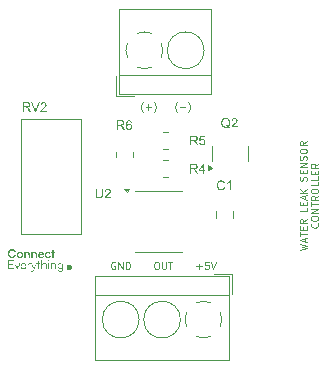
<source format=gbr>
%TF.GenerationSoftware,KiCad,Pcbnew,8.0.3*%
%TF.CreationDate,2024-08-02T11:09:55+07:00*%
%TF.ProjectId,waterleak V.1,77617465-726c-4656-916b-20562e312e6b,rev?*%
%TF.SameCoordinates,Original*%
%TF.FileFunction,Legend,Top*%
%TF.FilePolarity,Positive*%
%FSLAX46Y46*%
G04 Gerber Fmt 4.6, Leading zero omitted, Abs format (unit mm)*
G04 Created by KiCad (PCBNEW 8.0.3) date 2024-08-02 11:09:55*
%MOMM*%
%LPD*%
G01*
G04 APERTURE LIST*
%ADD10C,0.100000*%
%ADD11C,0.200000*%
%ADD12C,0.120000*%
%ADD13C,0.000000*%
G04 APERTURE END LIST*
D10*
X82980074Y-61249942D02*
X82951503Y-61221371D01*
X82951503Y-61221371D02*
X82894360Y-61135657D01*
X82894360Y-61135657D02*
X82865789Y-61078514D01*
X82865789Y-61078514D02*
X82837217Y-60992800D01*
X82837217Y-60992800D02*
X82808646Y-60849942D01*
X82808646Y-60849942D02*
X82808646Y-60735657D01*
X82808646Y-60735657D02*
X82837217Y-60592800D01*
X82837217Y-60592800D02*
X82865789Y-60507085D01*
X82865789Y-60507085D02*
X82894360Y-60449942D01*
X82894360Y-60449942D02*
X82951503Y-60364228D01*
X82951503Y-60364228D02*
X82980074Y-60335657D01*
X83208646Y-60792800D02*
X83665789Y-60792800D01*
X83437217Y-61021371D02*
X83437217Y-60564228D01*
X83894360Y-61249942D02*
X83922931Y-61221371D01*
X83922931Y-61221371D02*
X83980074Y-61135657D01*
X83980074Y-61135657D02*
X84008646Y-61078514D01*
X84008646Y-61078514D02*
X84037217Y-60992800D01*
X84037217Y-60992800D02*
X84065788Y-60849942D01*
X84065788Y-60849942D02*
X84065788Y-60735657D01*
X84065788Y-60735657D02*
X84037217Y-60592800D01*
X84037217Y-60592800D02*
X84008646Y-60507085D01*
X84008646Y-60507085D02*
X83980074Y-60449942D01*
X83980074Y-60449942D02*
X83922931Y-60364228D01*
X83922931Y-60364228D02*
X83894360Y-60335657D01*
X85894360Y-61249942D02*
X85865789Y-61221371D01*
X85865789Y-61221371D02*
X85808646Y-61135657D01*
X85808646Y-61135657D02*
X85780075Y-61078514D01*
X85780075Y-61078514D02*
X85751503Y-60992800D01*
X85751503Y-60992800D02*
X85722932Y-60849942D01*
X85722932Y-60849942D02*
X85722932Y-60735657D01*
X85722932Y-60735657D02*
X85751503Y-60592800D01*
X85751503Y-60592800D02*
X85780075Y-60507085D01*
X85780075Y-60507085D02*
X85808646Y-60449942D01*
X85808646Y-60449942D02*
X85865789Y-60364228D01*
X85865789Y-60364228D02*
X85894360Y-60335657D01*
X86122932Y-60792800D02*
X86580075Y-60792800D01*
X86808646Y-61249942D02*
X86837217Y-61221371D01*
X86837217Y-61221371D02*
X86894360Y-61135657D01*
X86894360Y-61135657D02*
X86922932Y-61078514D01*
X86922932Y-61078514D02*
X86951503Y-60992800D01*
X86951503Y-60992800D02*
X86980074Y-60849942D01*
X86980074Y-60849942D02*
X86980074Y-60735657D01*
X86980074Y-60735657D02*
X86951503Y-60592800D01*
X86951503Y-60592800D02*
X86922932Y-60507085D01*
X86922932Y-60507085D02*
X86894360Y-60449942D01*
X86894360Y-60449942D02*
X86837217Y-60364228D01*
X86837217Y-60364228D02*
X86808646Y-60335657D01*
X80622931Y-73949942D02*
X80565789Y-73921371D01*
X80565789Y-73921371D02*
X80480074Y-73921371D01*
X80480074Y-73921371D02*
X80394360Y-73949942D01*
X80394360Y-73949942D02*
X80337217Y-74007085D01*
X80337217Y-74007085D02*
X80308646Y-74064228D01*
X80308646Y-74064228D02*
X80280074Y-74178514D01*
X80280074Y-74178514D02*
X80280074Y-74264228D01*
X80280074Y-74264228D02*
X80308646Y-74378514D01*
X80308646Y-74378514D02*
X80337217Y-74435657D01*
X80337217Y-74435657D02*
X80394360Y-74492800D01*
X80394360Y-74492800D02*
X80480074Y-74521371D01*
X80480074Y-74521371D02*
X80537217Y-74521371D01*
X80537217Y-74521371D02*
X80622931Y-74492800D01*
X80622931Y-74492800D02*
X80651503Y-74464228D01*
X80651503Y-74464228D02*
X80651503Y-74264228D01*
X80651503Y-74264228D02*
X80537217Y-74264228D01*
X80908646Y-74521371D02*
X80908646Y-73921371D01*
X80908646Y-73921371D02*
X81251503Y-74521371D01*
X81251503Y-74521371D02*
X81251503Y-73921371D01*
X81537217Y-74521371D02*
X81537217Y-73921371D01*
X81537217Y-73921371D02*
X81680074Y-73921371D01*
X81680074Y-73921371D02*
X81765788Y-73949942D01*
X81765788Y-73949942D02*
X81822931Y-74007085D01*
X81822931Y-74007085D02*
X81851502Y-74064228D01*
X81851502Y-74064228D02*
X81880074Y-74178514D01*
X81880074Y-74178514D02*
X81880074Y-74264228D01*
X81880074Y-74264228D02*
X81851502Y-74378514D01*
X81851502Y-74378514D02*
X81822931Y-74435657D01*
X81822931Y-74435657D02*
X81765788Y-74492800D01*
X81765788Y-74492800D02*
X81680074Y-74521371D01*
X81680074Y-74521371D02*
X81537217Y-74521371D01*
X84080074Y-73921371D02*
X84194360Y-73921371D01*
X84194360Y-73921371D02*
X84251503Y-73949942D01*
X84251503Y-73949942D02*
X84308646Y-74007085D01*
X84308646Y-74007085D02*
X84337217Y-74121371D01*
X84337217Y-74121371D02*
X84337217Y-74321371D01*
X84337217Y-74321371D02*
X84308646Y-74435657D01*
X84308646Y-74435657D02*
X84251503Y-74492800D01*
X84251503Y-74492800D02*
X84194360Y-74521371D01*
X84194360Y-74521371D02*
X84080074Y-74521371D01*
X84080074Y-74521371D02*
X84022932Y-74492800D01*
X84022932Y-74492800D02*
X83965789Y-74435657D01*
X83965789Y-74435657D02*
X83937217Y-74321371D01*
X83937217Y-74321371D02*
X83937217Y-74121371D01*
X83937217Y-74121371D02*
X83965789Y-74007085D01*
X83965789Y-74007085D02*
X84022932Y-73949942D01*
X84022932Y-73949942D02*
X84080074Y-73921371D01*
X84594360Y-73921371D02*
X84594360Y-74407085D01*
X84594360Y-74407085D02*
X84622931Y-74464228D01*
X84622931Y-74464228D02*
X84651503Y-74492800D01*
X84651503Y-74492800D02*
X84708645Y-74521371D01*
X84708645Y-74521371D02*
X84822931Y-74521371D01*
X84822931Y-74521371D02*
X84880074Y-74492800D01*
X84880074Y-74492800D02*
X84908645Y-74464228D01*
X84908645Y-74464228D02*
X84937217Y-74407085D01*
X84937217Y-74407085D02*
X84937217Y-73921371D01*
X85137216Y-73921371D02*
X85480074Y-73921371D01*
X85308645Y-74521371D02*
X85308645Y-73921371D01*
X87508646Y-74292800D02*
X87965789Y-74292800D01*
X87737217Y-74521371D02*
X87737217Y-74064228D01*
X88537217Y-73921371D02*
X88251503Y-73921371D01*
X88251503Y-73921371D02*
X88222931Y-74207085D01*
X88222931Y-74207085D02*
X88251503Y-74178514D01*
X88251503Y-74178514D02*
X88308646Y-74149942D01*
X88308646Y-74149942D02*
X88451503Y-74149942D01*
X88451503Y-74149942D02*
X88508646Y-74178514D01*
X88508646Y-74178514D02*
X88537217Y-74207085D01*
X88537217Y-74207085D02*
X88565788Y-74264228D01*
X88565788Y-74264228D02*
X88565788Y-74407085D01*
X88565788Y-74407085D02*
X88537217Y-74464228D01*
X88537217Y-74464228D02*
X88508646Y-74492800D01*
X88508646Y-74492800D02*
X88451503Y-74521371D01*
X88451503Y-74521371D02*
X88308646Y-74521371D01*
X88308646Y-74521371D02*
X88251503Y-74492800D01*
X88251503Y-74492800D02*
X88222931Y-74464228D01*
X88737217Y-73921371D02*
X88937217Y-74521371D01*
X88937217Y-74521371D02*
X89137217Y-73921371D01*
X96255405Y-72914285D02*
X96855405Y-72771428D01*
X96855405Y-72771428D02*
X96426834Y-72657142D01*
X96426834Y-72657142D02*
X96855405Y-72542857D01*
X96855405Y-72542857D02*
X96255405Y-72400000D01*
X96683976Y-72200000D02*
X96683976Y-71914286D01*
X96855405Y-72257143D02*
X96255405Y-72057143D01*
X96255405Y-72057143D02*
X96855405Y-71857143D01*
X96255405Y-71742857D02*
X96255405Y-71400000D01*
X96855405Y-71571428D02*
X96255405Y-71571428D01*
X96541119Y-71199999D02*
X96541119Y-70999999D01*
X96855405Y-70914285D02*
X96855405Y-71199999D01*
X96855405Y-71199999D02*
X96255405Y-71199999D01*
X96255405Y-71199999D02*
X96255405Y-70914285D01*
X96855405Y-70314285D02*
X96569691Y-70514285D01*
X96855405Y-70657142D02*
X96255405Y-70657142D01*
X96255405Y-70657142D02*
X96255405Y-70428571D01*
X96255405Y-70428571D02*
X96283976Y-70371428D01*
X96283976Y-70371428D02*
X96312548Y-70342857D01*
X96312548Y-70342857D02*
X96369691Y-70314285D01*
X96369691Y-70314285D02*
X96455405Y-70314285D01*
X96455405Y-70314285D02*
X96512548Y-70342857D01*
X96512548Y-70342857D02*
X96541119Y-70371428D01*
X96541119Y-70371428D02*
X96569691Y-70428571D01*
X96569691Y-70428571D02*
X96569691Y-70657142D01*
X96855405Y-69314285D02*
X96855405Y-69599999D01*
X96855405Y-69599999D02*
X96255405Y-69599999D01*
X96541119Y-69114285D02*
X96541119Y-68914285D01*
X96855405Y-68828571D02*
X96855405Y-69114285D01*
X96855405Y-69114285D02*
X96255405Y-69114285D01*
X96255405Y-69114285D02*
X96255405Y-68828571D01*
X96683976Y-68600000D02*
X96683976Y-68314286D01*
X96855405Y-68657143D02*
X96255405Y-68457143D01*
X96255405Y-68457143D02*
X96855405Y-68257143D01*
X96855405Y-68057142D02*
X96255405Y-68057142D01*
X96855405Y-67714285D02*
X96512548Y-67971428D01*
X96255405Y-67714285D02*
X96598262Y-68057142D01*
X96826834Y-67028571D02*
X96855405Y-66942857D01*
X96855405Y-66942857D02*
X96855405Y-66799999D01*
X96855405Y-66799999D02*
X96826834Y-66742857D01*
X96826834Y-66742857D02*
X96798262Y-66714285D01*
X96798262Y-66714285D02*
X96741119Y-66685714D01*
X96741119Y-66685714D02*
X96683976Y-66685714D01*
X96683976Y-66685714D02*
X96626834Y-66714285D01*
X96626834Y-66714285D02*
X96598262Y-66742857D01*
X96598262Y-66742857D02*
X96569691Y-66799999D01*
X96569691Y-66799999D02*
X96541119Y-66914285D01*
X96541119Y-66914285D02*
X96512548Y-66971428D01*
X96512548Y-66971428D02*
X96483976Y-66999999D01*
X96483976Y-66999999D02*
X96426834Y-67028571D01*
X96426834Y-67028571D02*
X96369691Y-67028571D01*
X96369691Y-67028571D02*
X96312548Y-66999999D01*
X96312548Y-66999999D02*
X96283976Y-66971428D01*
X96283976Y-66971428D02*
X96255405Y-66914285D01*
X96255405Y-66914285D02*
X96255405Y-66771428D01*
X96255405Y-66771428D02*
X96283976Y-66685714D01*
X96541119Y-66428570D02*
X96541119Y-66228570D01*
X96855405Y-66142856D02*
X96855405Y-66428570D01*
X96855405Y-66428570D02*
X96255405Y-66428570D01*
X96255405Y-66428570D02*
X96255405Y-66142856D01*
X96855405Y-65885713D02*
X96255405Y-65885713D01*
X96255405Y-65885713D02*
X96855405Y-65542856D01*
X96855405Y-65542856D02*
X96255405Y-65542856D01*
X96826834Y-65285714D02*
X96855405Y-65200000D01*
X96855405Y-65200000D02*
X96855405Y-65057142D01*
X96855405Y-65057142D02*
X96826834Y-65000000D01*
X96826834Y-65000000D02*
X96798262Y-64971428D01*
X96798262Y-64971428D02*
X96741119Y-64942857D01*
X96741119Y-64942857D02*
X96683976Y-64942857D01*
X96683976Y-64942857D02*
X96626834Y-64971428D01*
X96626834Y-64971428D02*
X96598262Y-65000000D01*
X96598262Y-65000000D02*
X96569691Y-65057142D01*
X96569691Y-65057142D02*
X96541119Y-65171428D01*
X96541119Y-65171428D02*
X96512548Y-65228571D01*
X96512548Y-65228571D02*
X96483976Y-65257142D01*
X96483976Y-65257142D02*
X96426834Y-65285714D01*
X96426834Y-65285714D02*
X96369691Y-65285714D01*
X96369691Y-65285714D02*
X96312548Y-65257142D01*
X96312548Y-65257142D02*
X96283976Y-65228571D01*
X96283976Y-65228571D02*
X96255405Y-65171428D01*
X96255405Y-65171428D02*
X96255405Y-65028571D01*
X96255405Y-65028571D02*
X96283976Y-64942857D01*
X96255405Y-64571428D02*
X96255405Y-64457142D01*
X96255405Y-64457142D02*
X96283976Y-64399999D01*
X96283976Y-64399999D02*
X96341119Y-64342856D01*
X96341119Y-64342856D02*
X96455405Y-64314285D01*
X96455405Y-64314285D02*
X96655405Y-64314285D01*
X96655405Y-64314285D02*
X96769691Y-64342856D01*
X96769691Y-64342856D02*
X96826834Y-64399999D01*
X96826834Y-64399999D02*
X96855405Y-64457142D01*
X96855405Y-64457142D02*
X96855405Y-64571428D01*
X96855405Y-64571428D02*
X96826834Y-64628571D01*
X96826834Y-64628571D02*
X96769691Y-64685713D01*
X96769691Y-64685713D02*
X96655405Y-64714285D01*
X96655405Y-64714285D02*
X96455405Y-64714285D01*
X96455405Y-64714285D02*
X96341119Y-64685713D01*
X96341119Y-64685713D02*
X96283976Y-64628571D01*
X96283976Y-64628571D02*
X96255405Y-64571428D01*
X96855405Y-63714285D02*
X96569691Y-63914285D01*
X96855405Y-64057142D02*
X96255405Y-64057142D01*
X96255405Y-64057142D02*
X96255405Y-63828571D01*
X96255405Y-63828571D02*
X96283976Y-63771428D01*
X96283976Y-63771428D02*
X96312548Y-63742857D01*
X96312548Y-63742857D02*
X96369691Y-63714285D01*
X96369691Y-63714285D02*
X96455405Y-63714285D01*
X96455405Y-63714285D02*
X96512548Y-63742857D01*
X96512548Y-63742857D02*
X96541119Y-63771428D01*
X96541119Y-63771428D02*
X96569691Y-63828571D01*
X96569691Y-63828571D02*
X96569691Y-64057142D01*
X97764228Y-70642855D02*
X97792800Y-70671427D01*
X97792800Y-70671427D02*
X97821371Y-70757141D01*
X97821371Y-70757141D02*
X97821371Y-70814284D01*
X97821371Y-70814284D02*
X97792800Y-70899998D01*
X97792800Y-70899998D02*
X97735657Y-70957141D01*
X97735657Y-70957141D02*
X97678514Y-70985712D01*
X97678514Y-70985712D02*
X97564228Y-71014284D01*
X97564228Y-71014284D02*
X97478514Y-71014284D01*
X97478514Y-71014284D02*
X97364228Y-70985712D01*
X97364228Y-70985712D02*
X97307085Y-70957141D01*
X97307085Y-70957141D02*
X97249942Y-70899998D01*
X97249942Y-70899998D02*
X97221371Y-70814284D01*
X97221371Y-70814284D02*
X97221371Y-70757141D01*
X97221371Y-70757141D02*
X97249942Y-70671427D01*
X97249942Y-70671427D02*
X97278514Y-70642855D01*
X97221371Y-70271427D02*
X97221371Y-70157141D01*
X97221371Y-70157141D02*
X97249942Y-70099998D01*
X97249942Y-70099998D02*
X97307085Y-70042855D01*
X97307085Y-70042855D02*
X97421371Y-70014284D01*
X97421371Y-70014284D02*
X97621371Y-70014284D01*
X97621371Y-70014284D02*
X97735657Y-70042855D01*
X97735657Y-70042855D02*
X97792800Y-70099998D01*
X97792800Y-70099998D02*
X97821371Y-70157141D01*
X97821371Y-70157141D02*
X97821371Y-70271427D01*
X97821371Y-70271427D02*
X97792800Y-70328570D01*
X97792800Y-70328570D02*
X97735657Y-70385712D01*
X97735657Y-70385712D02*
X97621371Y-70414284D01*
X97621371Y-70414284D02*
X97421371Y-70414284D01*
X97421371Y-70414284D02*
X97307085Y-70385712D01*
X97307085Y-70385712D02*
X97249942Y-70328570D01*
X97249942Y-70328570D02*
X97221371Y-70271427D01*
X97821371Y-69757141D02*
X97221371Y-69757141D01*
X97221371Y-69757141D02*
X97821371Y-69414284D01*
X97821371Y-69414284D02*
X97221371Y-69414284D01*
X97221371Y-69214285D02*
X97221371Y-68871428D01*
X97821371Y-69042856D02*
X97221371Y-69042856D01*
X97821371Y-68328570D02*
X97535657Y-68528570D01*
X97821371Y-68671427D02*
X97221371Y-68671427D01*
X97221371Y-68671427D02*
X97221371Y-68442856D01*
X97221371Y-68442856D02*
X97249942Y-68385713D01*
X97249942Y-68385713D02*
X97278514Y-68357142D01*
X97278514Y-68357142D02*
X97335657Y-68328570D01*
X97335657Y-68328570D02*
X97421371Y-68328570D01*
X97421371Y-68328570D02*
X97478514Y-68357142D01*
X97478514Y-68357142D02*
X97507085Y-68385713D01*
X97507085Y-68385713D02*
X97535657Y-68442856D01*
X97535657Y-68442856D02*
X97535657Y-68671427D01*
X97221371Y-67957142D02*
X97221371Y-67842856D01*
X97221371Y-67842856D02*
X97249942Y-67785713D01*
X97249942Y-67785713D02*
X97307085Y-67728570D01*
X97307085Y-67728570D02*
X97421371Y-67699999D01*
X97421371Y-67699999D02*
X97621371Y-67699999D01*
X97621371Y-67699999D02*
X97735657Y-67728570D01*
X97735657Y-67728570D02*
X97792800Y-67785713D01*
X97792800Y-67785713D02*
X97821371Y-67842856D01*
X97821371Y-67842856D02*
X97821371Y-67957142D01*
X97821371Y-67957142D02*
X97792800Y-68014285D01*
X97792800Y-68014285D02*
X97735657Y-68071427D01*
X97735657Y-68071427D02*
X97621371Y-68099999D01*
X97621371Y-68099999D02*
X97421371Y-68099999D01*
X97421371Y-68099999D02*
X97307085Y-68071427D01*
X97307085Y-68071427D02*
X97249942Y-68014285D01*
X97249942Y-68014285D02*
X97221371Y-67957142D01*
X97821371Y-67157142D02*
X97821371Y-67442856D01*
X97821371Y-67442856D02*
X97221371Y-67442856D01*
X97821371Y-66671428D02*
X97821371Y-66957142D01*
X97821371Y-66957142D02*
X97221371Y-66957142D01*
X97507085Y-66471428D02*
X97507085Y-66271428D01*
X97821371Y-66185714D02*
X97821371Y-66471428D01*
X97821371Y-66471428D02*
X97221371Y-66471428D01*
X97221371Y-66471428D02*
X97221371Y-66185714D01*
X97821371Y-65585714D02*
X97535657Y-65785714D01*
X97821371Y-65928571D02*
X97221371Y-65928571D01*
X97221371Y-65928571D02*
X97221371Y-65700000D01*
X97221371Y-65700000D02*
X97249942Y-65642857D01*
X97249942Y-65642857D02*
X97278514Y-65614286D01*
X97278514Y-65614286D02*
X97335657Y-65585714D01*
X97335657Y-65585714D02*
X97421371Y-65585714D01*
X97421371Y-65585714D02*
X97478514Y-65614286D01*
X97478514Y-65614286D02*
X97507085Y-65642857D01*
X97507085Y-65642857D02*
X97535657Y-65700000D01*
X97535657Y-65700000D02*
X97535657Y-65928571D01*
D11*
G36*
X87374795Y-65620216D02*
G01*
X87414492Y-65623385D01*
X87453815Y-65629595D01*
X87493901Y-65641239D01*
X87529777Y-65660279D01*
X87560296Y-65687307D01*
X87583392Y-65718810D01*
X87601115Y-65754741D01*
X87612274Y-65792923D01*
X87616868Y-65833356D01*
X87617000Y-65841713D01*
X87613531Y-65883479D01*
X87603127Y-65921825D01*
X87583130Y-65960877D01*
X87561508Y-65988259D01*
X87529988Y-66015260D01*
X87490921Y-66036863D01*
X87450547Y-66051338D01*
X87411342Y-66060456D01*
X87390147Y-66063877D01*
X87425292Y-66082939D01*
X87454432Y-66104128D01*
X87483123Y-66133197D01*
X87510821Y-66166425D01*
X87534902Y-66199887D01*
X87542750Y-66211790D01*
X87683043Y-66432000D01*
X87548807Y-66432000D01*
X87442317Y-66263570D01*
X87419993Y-66229266D01*
X87397331Y-66195783D01*
X87373160Y-66162206D01*
X87365332Y-66152000D01*
X87338355Y-66120839D01*
X87311208Y-66097875D01*
X87274901Y-66079997D01*
X87262554Y-66076382D01*
X87222328Y-66072718D01*
X87203155Y-66072474D01*
X87079470Y-66072474D01*
X87079470Y-66432000D01*
X86972980Y-66432000D01*
X86972980Y-65981811D01*
X87079470Y-65981811D01*
X87308667Y-65981811D01*
X87351231Y-65980304D01*
X87390865Y-65975163D01*
X87422973Y-65966375D01*
X87459268Y-65946347D01*
X87485695Y-65917136D01*
X87502465Y-65879358D01*
X87507188Y-65843277D01*
X87501335Y-65802519D01*
X87483777Y-65767586D01*
X87465569Y-65747533D01*
X87431387Y-65726063D01*
X87390416Y-65714278D01*
X87350851Y-65710154D01*
X87334460Y-65709822D01*
X87079470Y-65709822D01*
X87079470Y-65981811D01*
X86972980Y-65981811D01*
X86972980Y-65619159D01*
X87330161Y-65619159D01*
X87374795Y-65620216D01*
G37*
G36*
X88155311Y-66144379D02*
G01*
X88264145Y-66144379D01*
X88264145Y-66235042D01*
X88155311Y-66235042D01*
X88155311Y-66432000D01*
X88056441Y-66432000D01*
X88056441Y-66235042D01*
X87706881Y-66235042D01*
X87706881Y-66144379D01*
X87804187Y-66144379D01*
X88056441Y-66144379D01*
X88056441Y-65778992D01*
X87804187Y-66144379D01*
X87706881Y-66144379D01*
X88074613Y-65619159D01*
X88155311Y-65619159D01*
X88155311Y-66144379D01*
G37*
G36*
X79499958Y-67719159D02*
G01*
X79606644Y-67719159D01*
X79606644Y-68188106D01*
X79605675Y-68232202D01*
X79602769Y-68272754D01*
X79596931Y-68315585D01*
X79587030Y-68358626D01*
X79579093Y-68382327D01*
X79560103Y-68420657D01*
X79534127Y-68454751D01*
X79505172Y-68481502D01*
X79479833Y-68499369D01*
X79441181Y-68519116D01*
X79402773Y-68531766D01*
X79360083Y-68540097D01*
X79320083Y-68543799D01*
X79291668Y-68544505D01*
X79250686Y-68543124D01*
X79206519Y-68538023D01*
X79166280Y-68529163D01*
X79125101Y-68514435D01*
X79106434Y-68505230D01*
X79073046Y-68483395D01*
X79041616Y-68453575D01*
X79016677Y-68418191D01*
X79003657Y-68391511D01*
X78990236Y-68350881D01*
X78981638Y-68309740D01*
X78976605Y-68270324D01*
X78973729Y-68227075D01*
X78972980Y-68188106D01*
X78972980Y-67719159D01*
X79079470Y-67719159D01*
X79079470Y-68189473D01*
X79080405Y-68233227D01*
X79083763Y-68276705D01*
X79090461Y-68317298D01*
X79099009Y-68345984D01*
X79117593Y-68380432D01*
X79146594Y-68410494D01*
X79166030Y-68423556D01*
X79204727Y-68440106D01*
X79245365Y-68448567D01*
X79282289Y-68450715D01*
X79324023Y-68448820D01*
X79366704Y-68441815D01*
X79407559Y-68427490D01*
X79443421Y-68403317D01*
X79449938Y-68396787D01*
X79471822Y-68363606D01*
X79485841Y-68324375D01*
X79494048Y-68283173D01*
X79498200Y-68243496D01*
X79499910Y-68198963D01*
X79499958Y-68189473D01*
X79499958Y-67719159D01*
G37*
G36*
X80259261Y-68438210D02*
G01*
X80259261Y-68532000D01*
X79726616Y-68532000D01*
X79729783Y-68492638D01*
X79738144Y-68463221D01*
X79755112Y-68425949D01*
X79775506Y-68392427D01*
X79800633Y-68359248D01*
X79803406Y-68355949D01*
X79831728Y-68324866D01*
X79862197Y-68295056D01*
X79892945Y-68267289D01*
X79927508Y-68237952D01*
X79932757Y-68233632D01*
X79964252Y-68207178D01*
X79999877Y-68176093D01*
X80031342Y-68147212D01*
X80063610Y-68115465D01*
X80093685Y-68082437D01*
X80110175Y-68061490D01*
X80132560Y-68026311D01*
X80148841Y-67988491D01*
X80156302Y-67948432D01*
X80156483Y-67941323D01*
X80150548Y-67899411D01*
X80132743Y-67862774D01*
X80114278Y-67841281D01*
X80082395Y-67818031D01*
X80044509Y-67804431D01*
X80004857Y-67800443D01*
X79962947Y-67804813D01*
X79923281Y-67819714D01*
X79890356Y-67845189D01*
X79865924Y-67880038D01*
X79852369Y-67918811D01*
X79847217Y-67959483D01*
X79846979Y-67969264D01*
X79745374Y-67958517D01*
X79751290Y-67916658D01*
X79761274Y-67878714D01*
X79778061Y-67839395D01*
X79800383Y-67805405D01*
X79823922Y-67780513D01*
X79855991Y-67756607D01*
X79892529Y-67738572D01*
X79933537Y-67726409D01*
X79972243Y-67720657D01*
X80007007Y-67719159D01*
X80048761Y-67721433D01*
X80093185Y-67729833D01*
X80132990Y-67744423D01*
X80168177Y-67765203D01*
X80190482Y-67783835D01*
X80216825Y-67813608D01*
X80239008Y-67851252D01*
X80252740Y-67892755D01*
X80257824Y-67932235D01*
X80258088Y-67944058D01*
X80254831Y-67983331D01*
X80245060Y-68022088D01*
X80238353Y-68039801D01*
X80219870Y-68075687D01*
X80196459Y-68109837D01*
X80172701Y-68138671D01*
X80142065Y-68170967D01*
X80111591Y-68200318D01*
X80080842Y-68228422D01*
X80045820Y-68259247D01*
X80020098Y-68281309D01*
X79988991Y-68307955D01*
X79958344Y-68334718D01*
X79927870Y-68362287D01*
X79905792Y-68383891D01*
X79880218Y-68414349D01*
X79864173Y-68438210D01*
X80259261Y-68438210D01*
G37*
G36*
X90028432Y-61708529D02*
G01*
X90067942Y-61714155D01*
X90105900Y-61723532D01*
X90148222Y-61739212D01*
X90188430Y-61759997D01*
X90225620Y-61785372D01*
X90258715Y-61814825D01*
X90287714Y-61848353D01*
X90312619Y-61885959D01*
X90325011Y-61909278D01*
X90341014Y-61946047D01*
X90353706Y-61984547D01*
X90363088Y-62024779D01*
X90369158Y-62066741D01*
X90371917Y-62110435D01*
X90372101Y-62125384D01*
X90370652Y-62168189D01*
X90366304Y-62209068D01*
X90359058Y-62248022D01*
X90347227Y-62290181D01*
X90341815Y-62305342D01*
X90324754Y-62343908D01*
X90303859Y-62379885D01*
X90279130Y-62413273D01*
X90250566Y-62444072D01*
X90286958Y-62468130D01*
X90321885Y-62488720D01*
X90359425Y-62507737D01*
X90387342Y-62519494D01*
X90356079Y-62594526D01*
X90318142Y-62578834D01*
X90280243Y-62559626D01*
X90242381Y-62536903D01*
X90209958Y-62514628D01*
X90182959Y-62494093D01*
X90142910Y-62513736D01*
X90101065Y-62528554D01*
X90057425Y-62538548D01*
X90018590Y-62543274D01*
X89985220Y-62544505D01*
X89944902Y-62542643D01*
X89906012Y-62537058D01*
X89862447Y-62525837D01*
X89820826Y-62509548D01*
X89786700Y-62491553D01*
X89749758Y-62466253D01*
X89716725Y-62436859D01*
X89687600Y-62403368D01*
X89662383Y-62365783D01*
X89649728Y-62342467D01*
X89633393Y-62305558D01*
X89620437Y-62266932D01*
X89610862Y-62226588D01*
X89604665Y-62184527D01*
X89601849Y-62140749D01*
X89601661Y-62125775D01*
X89601669Y-62125579D01*
X89711473Y-62125579D01*
X89713371Y-62173358D01*
X89719067Y-62217529D01*
X89728560Y-62258095D01*
X89741851Y-62295053D01*
X89762811Y-62334644D01*
X89789240Y-62369041D01*
X89819921Y-62397860D01*
X89853637Y-62420716D01*
X89890391Y-62437610D01*
X89930180Y-62448542D01*
X89973006Y-62453511D01*
X89987956Y-62453842D01*
X90029840Y-62450792D01*
X90069911Y-62441642D01*
X90095618Y-62432153D01*
X90060582Y-62410263D01*
X90024253Y-62393221D01*
X89990105Y-62381937D01*
X90015897Y-62306905D01*
X90054770Y-62319680D01*
X90095372Y-62337302D01*
X90131896Y-62358148D01*
X90164341Y-62382218D01*
X90168109Y-62385454D01*
X90195185Y-62356276D01*
X90217672Y-62322844D01*
X90235569Y-62285156D01*
X90248877Y-62243213D01*
X90257597Y-62197015D01*
X90261268Y-62156992D01*
X90262094Y-62125189D01*
X90260504Y-62083206D01*
X90255736Y-62043599D01*
X90246394Y-62001241D01*
X90232899Y-61961985D01*
X90228877Y-61952655D01*
X90210339Y-61917802D01*
X90184871Y-61883555D01*
X90154519Y-61854563D01*
X90131571Y-61838154D01*
X90094378Y-61818414D01*
X90054682Y-61805134D01*
X90012482Y-61798314D01*
X89987956Y-61797317D01*
X89944622Y-61800216D01*
X89904159Y-61808912D01*
X89866568Y-61823407D01*
X89831848Y-61843699D01*
X89799999Y-61869788D01*
X89790021Y-61879773D01*
X89763327Y-61913479D01*
X89742156Y-61952900D01*
X89728732Y-61990116D01*
X89719144Y-62031302D01*
X89713391Y-62076456D01*
X89711473Y-62125579D01*
X89601669Y-62125579D01*
X89603358Y-62081614D01*
X89608448Y-62038965D01*
X89616932Y-61997827D01*
X89628809Y-61958200D01*
X89644079Y-61920084D01*
X89649924Y-61907715D01*
X89669531Y-61872507D01*
X89696035Y-61835599D01*
X89726448Y-61803179D01*
X89760769Y-61775247D01*
X89787677Y-61758043D01*
X89827753Y-61738019D01*
X89869849Y-61722914D01*
X89913965Y-61712726D01*
X89953385Y-61707909D01*
X89987370Y-61706654D01*
X90028432Y-61708529D01*
G37*
G36*
X90990524Y-62438210D02*
G01*
X90990524Y-62532000D01*
X90457879Y-62532000D01*
X90461046Y-62492638D01*
X90469407Y-62463221D01*
X90486375Y-62425949D01*
X90506770Y-62392427D01*
X90531896Y-62359248D01*
X90534669Y-62355949D01*
X90562991Y-62324866D01*
X90593461Y-62295056D01*
X90624208Y-62267289D01*
X90658771Y-62237952D01*
X90664020Y-62233632D01*
X90695515Y-62207178D01*
X90731140Y-62176093D01*
X90762606Y-62147212D01*
X90794873Y-62115465D01*
X90824948Y-62082437D01*
X90841438Y-62061490D01*
X90863823Y-62026311D01*
X90880104Y-61988491D01*
X90887566Y-61948432D01*
X90887746Y-61941323D01*
X90881811Y-61899411D01*
X90864006Y-61862774D01*
X90845541Y-61841281D01*
X90813658Y-61818031D01*
X90775772Y-61804431D01*
X90736120Y-61800443D01*
X90694210Y-61804813D01*
X90654544Y-61819714D01*
X90621619Y-61845189D01*
X90597187Y-61880038D01*
X90583632Y-61918811D01*
X90578480Y-61959483D01*
X90578242Y-61969264D01*
X90476637Y-61958517D01*
X90482554Y-61916658D01*
X90492537Y-61878714D01*
X90509324Y-61839395D01*
X90531646Y-61805405D01*
X90555185Y-61780513D01*
X90587254Y-61756607D01*
X90623792Y-61738572D01*
X90664800Y-61726409D01*
X90703506Y-61720657D01*
X90738270Y-61719159D01*
X90780024Y-61721433D01*
X90824448Y-61729833D01*
X90864253Y-61744423D01*
X90899440Y-61765203D01*
X90921745Y-61783835D01*
X90948088Y-61813608D01*
X90970271Y-61851252D01*
X90984004Y-61892755D01*
X90989087Y-61932235D01*
X90989351Y-61944058D01*
X90986094Y-61983331D01*
X90976323Y-62022088D01*
X90969617Y-62039801D01*
X90951134Y-62075687D01*
X90927722Y-62109837D01*
X90903964Y-62138671D01*
X90873329Y-62170967D01*
X90842855Y-62200318D01*
X90812105Y-62228422D01*
X90777083Y-62259247D01*
X90751361Y-62281309D01*
X90720255Y-62307955D01*
X90689607Y-62334718D01*
X90659133Y-62362287D01*
X90637056Y-62383891D01*
X90611481Y-62414349D01*
X90595437Y-62438210D01*
X90990524Y-62438210D01*
G37*
G36*
X89846072Y-67544379D02*
G01*
X89952757Y-67571344D01*
X89940947Y-67611441D01*
X89926524Y-67648448D01*
X89905764Y-67688775D01*
X89881241Y-67724652D01*
X89852953Y-67756077D01*
X89832003Y-67774554D01*
X89798030Y-67798326D01*
X89761322Y-67817180D01*
X89721881Y-67831116D01*
X89679706Y-67840133D01*
X89634796Y-67844231D01*
X89619219Y-67844505D01*
X89579679Y-67843202D01*
X89535367Y-67838202D01*
X89494477Y-67829450D01*
X89457007Y-67816948D01*
X89417615Y-67797622D01*
X89407216Y-67791162D01*
X89373429Y-67765543D01*
X89343364Y-67735362D01*
X89317020Y-67700617D01*
X89294397Y-67661310D01*
X89283141Y-67636801D01*
X89268665Y-67598323D01*
X89257184Y-67558802D01*
X89248698Y-67518236D01*
X89243207Y-67476626D01*
X89240711Y-67433972D01*
X89240545Y-67419522D01*
X89242235Y-67373182D01*
X89247304Y-67329122D01*
X89255753Y-67287343D01*
X89267582Y-67247844D01*
X89282791Y-67210626D01*
X89288612Y-67198727D01*
X89311586Y-67159692D01*
X89338449Y-67124996D01*
X89369203Y-67094638D01*
X89403845Y-67068618D01*
X89425388Y-67055698D01*
X89465125Y-67036588D01*
X89506545Y-67022172D01*
X89549648Y-67012449D01*
X89594434Y-67007420D01*
X89620782Y-67006654D01*
X89664785Y-67008845D01*
X89706081Y-67015419D01*
X89744670Y-67026376D01*
X89786271Y-67044698D01*
X89824187Y-67068985D01*
X89857868Y-67098686D01*
X89886762Y-67133248D01*
X89907718Y-67166743D01*
X89925157Y-67203810D01*
X89939079Y-67244449D01*
X89833957Y-67269264D01*
X89820517Y-67232278D01*
X89802181Y-67195734D01*
X89777757Y-67161919D01*
X89752673Y-67138350D01*
X89716663Y-67116711D01*
X89675309Y-67103087D01*
X89633523Y-67097678D01*
X89618633Y-67097317D01*
X89579476Y-67099467D01*
X89538276Y-67107192D01*
X89500861Y-67120533D01*
X89463294Y-67142258D01*
X89431154Y-67169963D01*
X89404857Y-67202522D01*
X89384402Y-67239934D01*
X89375562Y-67262816D01*
X89364535Y-67300930D01*
X89356658Y-67339655D01*
X89351932Y-67378990D01*
X89350356Y-67418936D01*
X89351787Y-67463066D01*
X89356078Y-67504672D01*
X89363231Y-67543753D01*
X89374909Y-67585327D01*
X89380252Y-67600066D01*
X89397361Y-67636227D01*
X89421543Y-67671097D01*
X89450948Y-67699816D01*
X89473455Y-67715545D01*
X89509884Y-67734057D01*
X89547953Y-67746511D01*
X89587659Y-67752907D01*
X89610426Y-67753842D01*
X89653462Y-67750545D01*
X89693078Y-67740653D01*
X89729275Y-67724166D01*
X89762052Y-67701085D01*
X89790604Y-67671508D01*
X89814125Y-67635531D01*
X89830578Y-67598801D01*
X89843179Y-67557173D01*
X89846072Y-67544379D01*
G37*
G36*
X90411933Y-67832000D02*
G01*
X90313064Y-67832000D01*
X90313064Y-67198531D01*
X90283114Y-67224470D01*
X90250156Y-67248247D01*
X90219275Y-67267701D01*
X90184169Y-67287515D01*
X90148241Y-67305432D01*
X90115129Y-67319285D01*
X90115129Y-67219243D01*
X90150460Y-67201541D01*
X90188388Y-67179410D01*
X90223702Y-67155251D01*
X90256404Y-67129065D01*
X90260307Y-67125649D01*
X90289104Y-67098404D01*
X90316069Y-67068249D01*
X90339288Y-67035360D01*
X90348235Y-67019159D01*
X90411933Y-67019159D01*
X90411933Y-67832000D01*
G37*
G36*
X81174795Y-61920216D02*
G01*
X81214492Y-61923385D01*
X81253815Y-61929595D01*
X81293901Y-61941239D01*
X81329777Y-61960279D01*
X81360296Y-61987307D01*
X81383392Y-62018810D01*
X81401115Y-62054741D01*
X81412274Y-62092923D01*
X81416868Y-62133356D01*
X81417000Y-62141713D01*
X81413531Y-62183479D01*
X81403127Y-62221825D01*
X81383130Y-62260877D01*
X81361508Y-62288259D01*
X81329988Y-62315260D01*
X81290921Y-62336863D01*
X81250547Y-62351338D01*
X81211342Y-62360456D01*
X81190147Y-62363877D01*
X81225292Y-62382939D01*
X81254432Y-62404128D01*
X81283123Y-62433197D01*
X81310821Y-62466425D01*
X81334902Y-62499887D01*
X81342750Y-62511790D01*
X81483043Y-62732000D01*
X81348807Y-62732000D01*
X81242317Y-62563570D01*
X81219993Y-62529266D01*
X81197331Y-62495783D01*
X81173160Y-62462206D01*
X81165332Y-62452000D01*
X81138355Y-62420839D01*
X81111208Y-62397875D01*
X81074901Y-62379997D01*
X81062554Y-62376382D01*
X81022328Y-62372718D01*
X81003155Y-62372474D01*
X80879470Y-62372474D01*
X80879470Y-62732000D01*
X80772980Y-62732000D01*
X80772980Y-62281811D01*
X80879470Y-62281811D01*
X81108667Y-62281811D01*
X81151231Y-62280304D01*
X81190865Y-62275163D01*
X81222973Y-62266375D01*
X81259268Y-62246347D01*
X81285695Y-62217136D01*
X81302465Y-62179358D01*
X81307188Y-62143277D01*
X81301335Y-62102519D01*
X81283777Y-62067586D01*
X81265569Y-62047533D01*
X81231387Y-62026063D01*
X81190416Y-62014278D01*
X81150851Y-62010154D01*
X81134460Y-62009822D01*
X80879470Y-62009822D01*
X80879470Y-62281811D01*
X80772980Y-62281811D01*
X80772980Y-61919159D01*
X81130161Y-61919159D01*
X81174795Y-61920216D01*
G37*
G36*
X81863982Y-61921768D02*
G01*
X81905616Y-61931138D01*
X81942928Y-61947322D01*
X81975916Y-61970320D01*
X81979735Y-61973674D01*
X82007078Y-62003435D01*
X82028339Y-62038399D01*
X82043519Y-62078564D01*
X82051813Y-62117977D01*
X82052617Y-62123933D01*
X81954334Y-62131748D01*
X81942830Y-62091228D01*
X81925519Y-62055624D01*
X81916818Y-62044212D01*
X81884139Y-62017540D01*
X81846183Y-62003179D01*
X81817949Y-62000443D01*
X81778781Y-62005417D01*
X81741712Y-62021787D01*
X81734906Y-62026431D01*
X81705132Y-62053184D01*
X81680022Y-62087233D01*
X81661242Y-62124519D01*
X81648210Y-62165022D01*
X81640024Y-62208317D01*
X81635487Y-62251830D01*
X81633548Y-62293310D01*
X81633301Y-62307994D01*
X81659754Y-62275804D01*
X81689948Y-62249895D01*
X81720642Y-62231790D01*
X81760136Y-62216549D01*
X81800949Y-62208343D01*
X81828891Y-62206780D01*
X81870810Y-62210277D01*
X81909888Y-62220767D01*
X81946123Y-62238252D01*
X81979515Y-62262730D01*
X81997321Y-62279857D01*
X82024425Y-62313791D01*
X82044872Y-62351819D01*
X82058661Y-62393944D01*
X82065183Y-62433309D01*
X82066881Y-62468413D01*
X82064284Y-62510333D01*
X82056495Y-62550584D01*
X82043512Y-62589165D01*
X82034055Y-62609878D01*
X82013752Y-62644177D01*
X81986626Y-62676630D01*
X81954691Y-62703131D01*
X81944173Y-62709920D01*
X81907007Y-62728158D01*
X81866825Y-62739641D01*
X81823628Y-62744370D01*
X81814627Y-62744505D01*
X81769853Y-62741297D01*
X81728293Y-62731673D01*
X81689949Y-62715633D01*
X81654819Y-62693177D01*
X81622904Y-62664305D01*
X81612980Y-62653256D01*
X81586485Y-62614881D01*
X81568593Y-62576553D01*
X81554508Y-62532453D01*
X81545981Y-62493017D01*
X81542147Y-62465872D01*
X81648737Y-62465872D01*
X81652317Y-62507519D01*
X81663055Y-62547682D01*
X81670426Y-62565719D01*
X81690886Y-62600715D01*
X81719267Y-62630037D01*
X81730998Y-62638406D01*
X81768493Y-62656217D01*
X81807706Y-62663124D01*
X81813064Y-62663221D01*
X81853996Y-62657125D01*
X81890818Y-62638839D01*
X81920726Y-62611637D01*
X81944528Y-62575771D01*
X81958413Y-62537293D01*
X81964760Y-62498159D01*
X81965862Y-62471344D01*
X81963078Y-62431007D01*
X81953289Y-62391029D01*
X81934146Y-62353316D01*
X81921312Y-62337108D01*
X81891217Y-62311245D01*
X81852911Y-62293859D01*
X81813359Y-62288112D01*
X81809156Y-62288064D01*
X81769253Y-62292853D01*
X81729943Y-62309185D01*
X81698375Y-62334090D01*
X81695436Y-62337108D01*
X81670810Y-62370756D01*
X81655304Y-62410396D01*
X81649148Y-62451194D01*
X81648737Y-62465872D01*
X81542147Y-62465872D01*
X81539890Y-62449887D01*
X81536236Y-62403062D01*
X81535018Y-62352544D01*
X81535775Y-62309740D01*
X81538047Y-62269182D01*
X81543433Y-62218600D01*
X81551511Y-62172010D01*
X81562282Y-62129414D01*
X81575746Y-62090812D01*
X81596363Y-62048174D01*
X81621187Y-62011776D01*
X81651238Y-61980301D01*
X81684971Y-61955338D01*
X81722386Y-61936887D01*
X81763483Y-61924948D01*
X81808261Y-61919521D01*
X81824006Y-61919159D01*
X81863982Y-61921768D01*
G37*
G36*
X87374795Y-63220216D02*
G01*
X87414492Y-63223385D01*
X87453815Y-63229595D01*
X87493901Y-63241239D01*
X87529777Y-63260279D01*
X87560296Y-63287307D01*
X87583392Y-63318810D01*
X87601115Y-63354741D01*
X87612274Y-63392923D01*
X87616868Y-63433356D01*
X87617000Y-63441713D01*
X87613531Y-63483479D01*
X87603127Y-63521825D01*
X87583130Y-63560877D01*
X87561508Y-63588259D01*
X87529988Y-63615260D01*
X87490921Y-63636863D01*
X87450547Y-63651338D01*
X87411342Y-63660456D01*
X87390147Y-63663877D01*
X87425292Y-63682939D01*
X87454432Y-63704128D01*
X87483123Y-63733197D01*
X87510821Y-63766425D01*
X87534902Y-63799887D01*
X87542750Y-63811790D01*
X87683043Y-64032000D01*
X87548807Y-64032000D01*
X87442317Y-63863570D01*
X87419993Y-63829266D01*
X87397331Y-63795783D01*
X87373160Y-63762206D01*
X87365332Y-63752000D01*
X87338355Y-63720839D01*
X87311208Y-63697875D01*
X87274901Y-63679997D01*
X87262554Y-63676382D01*
X87222328Y-63672718D01*
X87203155Y-63672474D01*
X87079470Y-63672474D01*
X87079470Y-64032000D01*
X86972980Y-64032000D01*
X86972980Y-63581811D01*
X87079470Y-63581811D01*
X87308667Y-63581811D01*
X87351231Y-63580304D01*
X87390865Y-63575163D01*
X87422973Y-63566375D01*
X87459268Y-63546347D01*
X87485695Y-63517136D01*
X87502465Y-63479358D01*
X87507188Y-63443277D01*
X87501335Y-63402519D01*
X87483777Y-63367586D01*
X87465569Y-63347533D01*
X87431387Y-63326063D01*
X87390416Y-63314278D01*
X87350851Y-63310154D01*
X87334460Y-63309822D01*
X87079470Y-63309822D01*
X87079470Y-63581811D01*
X86972980Y-63581811D01*
X86972980Y-63219159D01*
X87330161Y-63219159D01*
X87374795Y-63220216D01*
G37*
G36*
X87739316Y-63819411D02*
G01*
X87843266Y-63810618D01*
X87852162Y-63850389D01*
X87867702Y-63887583D01*
X87891672Y-63919989D01*
X87896804Y-63924923D01*
X87930757Y-63948261D01*
X87969601Y-63960827D01*
X87998214Y-63963221D01*
X88040651Y-63957840D01*
X88078814Y-63941697D01*
X88112703Y-63914792D01*
X88118968Y-63908120D01*
X88142959Y-63874297D01*
X88159098Y-63834817D01*
X88166853Y-63794975D01*
X88168598Y-63762160D01*
X88165618Y-63721164D01*
X88155142Y-63680503D01*
X88137124Y-63645622D01*
X88120921Y-63625579D01*
X88088365Y-63599201D01*
X88050045Y-63582593D01*
X88010631Y-63575998D01*
X87996455Y-63575558D01*
X87956496Y-63579897D01*
X87917585Y-63594174D01*
X87910286Y-63598224D01*
X87877806Y-63622295D01*
X87852538Y-63652377D01*
X87849714Y-63656842D01*
X87756902Y-63644728D01*
X87834864Y-63231665D01*
X88235618Y-63231665D01*
X88235618Y-63325454D01*
X87913999Y-63325454D01*
X87870621Y-63541951D01*
X87907392Y-63521092D01*
X87945018Y-63506193D01*
X87983498Y-63497254D01*
X88022834Y-63494274D01*
X88067415Y-63497790D01*
X88108837Y-63508337D01*
X88147098Y-63525915D01*
X88182199Y-63550524D01*
X88200838Y-63567743D01*
X88229160Y-63601819D01*
X88250526Y-63639935D01*
X88264935Y-63682090D01*
X88271750Y-63721437D01*
X88273524Y-63756494D01*
X88271285Y-63796622D01*
X88263012Y-63840782D01*
X88248642Y-63882080D01*
X88228177Y-63920518D01*
X88209826Y-63946221D01*
X88178751Y-63979622D01*
X88143706Y-64006113D01*
X88104691Y-64025693D01*
X88061705Y-64038362D01*
X88022850Y-64043641D01*
X87998214Y-64044505D01*
X87958383Y-64042341D01*
X87915508Y-64034347D01*
X87876505Y-64020462D01*
X87841372Y-64000687D01*
X87818647Y-63982956D01*
X87791142Y-63954026D01*
X87769322Y-63921262D01*
X87753186Y-63884665D01*
X87742736Y-63844235D01*
X87739316Y-63819411D01*
G37*
G36*
X73211752Y-60380216D02*
G01*
X73251449Y-60383385D01*
X73290772Y-60389595D01*
X73330858Y-60401239D01*
X73366734Y-60420279D01*
X73397253Y-60447307D01*
X73420349Y-60478810D01*
X73438072Y-60514741D01*
X73449231Y-60552923D01*
X73453825Y-60593356D01*
X73453957Y-60601713D01*
X73450488Y-60643479D01*
X73440084Y-60681825D01*
X73420087Y-60720877D01*
X73398465Y-60748259D01*
X73366945Y-60775260D01*
X73327878Y-60796863D01*
X73287504Y-60811338D01*
X73248299Y-60820456D01*
X73227104Y-60823877D01*
X73262249Y-60842939D01*
X73291389Y-60864128D01*
X73320080Y-60893197D01*
X73347778Y-60926425D01*
X73371859Y-60959887D01*
X73379707Y-60971790D01*
X73520000Y-61192000D01*
X73385764Y-61192000D01*
X73279274Y-61023570D01*
X73256950Y-60989266D01*
X73234288Y-60955783D01*
X73210117Y-60922206D01*
X73202289Y-60912000D01*
X73175312Y-60880839D01*
X73148165Y-60857875D01*
X73111858Y-60839997D01*
X73099511Y-60836382D01*
X73059285Y-60832718D01*
X73040112Y-60832474D01*
X72916427Y-60832474D01*
X72916427Y-61192000D01*
X72809937Y-61192000D01*
X72809937Y-60741811D01*
X72916427Y-60741811D01*
X73145624Y-60741811D01*
X73188188Y-60740304D01*
X73227822Y-60735163D01*
X73259930Y-60726375D01*
X73296225Y-60706347D01*
X73322652Y-60677136D01*
X73339422Y-60639358D01*
X73344145Y-60603277D01*
X73338292Y-60562519D01*
X73320734Y-60527586D01*
X73302526Y-60507533D01*
X73268344Y-60486063D01*
X73227373Y-60474278D01*
X73187808Y-60470154D01*
X73171417Y-60469822D01*
X72916427Y-60469822D01*
X72916427Y-60741811D01*
X72809937Y-60741811D01*
X72809937Y-60379159D01*
X73167118Y-60379159D01*
X73211752Y-60380216D01*
G37*
G36*
X73826378Y-61192000D02*
G01*
X73514138Y-60379159D01*
X73629616Y-60379159D01*
X73839079Y-60970227D01*
X73852608Y-61009523D01*
X73864839Y-61047397D01*
X73876906Y-61087812D01*
X73881284Y-61103486D01*
X73893580Y-61061842D01*
X73905625Y-61024363D01*
X73918598Y-60986884D01*
X73924661Y-60970227D01*
X74142331Y-60379159D01*
X74251165Y-60379159D01*
X73935799Y-61192000D01*
X73826378Y-61192000D01*
G37*
G36*
X74822303Y-61098210D02*
G01*
X74822303Y-61192000D01*
X74289658Y-61192000D01*
X74292825Y-61152638D01*
X74301186Y-61123221D01*
X74318154Y-61085949D01*
X74338549Y-61052427D01*
X74363675Y-61019248D01*
X74366448Y-61015949D01*
X74394770Y-60984866D01*
X74425239Y-60955056D01*
X74455987Y-60927289D01*
X74490550Y-60897952D01*
X74495799Y-60893632D01*
X74527294Y-60867178D01*
X74562919Y-60836093D01*
X74594385Y-60807212D01*
X74626652Y-60775465D01*
X74656727Y-60742437D01*
X74673217Y-60721490D01*
X74695602Y-60686311D01*
X74711883Y-60648491D01*
X74719344Y-60608432D01*
X74719525Y-60601323D01*
X74713590Y-60559411D01*
X74695785Y-60522774D01*
X74677320Y-60501281D01*
X74645437Y-60478031D01*
X74607551Y-60464431D01*
X74567899Y-60460443D01*
X74525989Y-60464813D01*
X74486323Y-60479714D01*
X74453398Y-60505189D01*
X74428966Y-60540038D01*
X74415411Y-60578811D01*
X74410259Y-60619483D01*
X74410021Y-60629264D01*
X74308416Y-60618517D01*
X74314333Y-60576658D01*
X74324316Y-60538714D01*
X74341103Y-60499395D01*
X74363425Y-60465405D01*
X74386964Y-60440513D01*
X74419033Y-60416607D01*
X74455571Y-60398572D01*
X74496579Y-60386409D01*
X74535285Y-60380657D01*
X74570049Y-60379159D01*
X74611803Y-60381433D01*
X74656227Y-60389833D01*
X74696032Y-60404423D01*
X74731219Y-60425203D01*
X74753524Y-60443835D01*
X74779867Y-60473608D01*
X74802050Y-60511252D01*
X74815783Y-60552755D01*
X74820866Y-60592235D01*
X74821130Y-60604058D01*
X74817873Y-60643331D01*
X74808102Y-60682088D01*
X74801396Y-60699801D01*
X74782913Y-60735687D01*
X74759501Y-60769837D01*
X74735743Y-60798671D01*
X74705108Y-60830967D01*
X74674634Y-60860318D01*
X74643884Y-60888422D01*
X74608862Y-60919247D01*
X74583140Y-60941309D01*
X74552034Y-60967955D01*
X74521386Y-60994718D01*
X74490912Y-61022287D01*
X74468835Y-61043891D01*
X74443260Y-61074349D01*
X74427216Y-61098210D01*
X74822303Y-61098210D01*
G37*
D12*
%TO.C,R4*%
X84672936Y-65265000D02*
X85127064Y-65265000D01*
X84672936Y-66735000D02*
X85127064Y-66735000D01*
%TO.C,U2*%
X84300000Y-67940000D02*
X82350000Y-67940000D01*
X84300000Y-67940000D02*
X86250000Y-67940000D01*
X84300000Y-73060000D02*
X82350000Y-73060000D01*
X84300000Y-73060000D02*
X86250000Y-73060000D01*
X81600000Y-68035000D02*
X81360000Y-67705000D01*
X81840000Y-67705000D01*
X81600000Y-68035000D01*
G36*
X81600000Y-68035000D02*
G01*
X81360000Y-67705000D01*
X81840000Y-67705000D01*
X81600000Y-68035000D01*
G37*
D13*
%TO.C,G\u002A\u002A\u002A*%
G36*
X75047641Y-74273620D02*
G01*
X75047641Y-74525720D01*
X75011105Y-74525720D01*
X74974569Y-74525720D01*
X74974569Y-74273620D01*
X74974569Y-74021519D01*
X75011105Y-74021519D01*
X75047641Y-74021519D01*
X75047641Y-74273620D01*
G37*
G36*
X75036018Y-73783991D02*
G01*
X75054129Y-73799673D01*
X75063182Y-73821307D01*
X75061652Y-73845207D01*
X75048016Y-73867689D01*
X75047641Y-73868067D01*
X75025949Y-73880789D01*
X75001410Y-73879713D01*
X74979208Y-73867537D01*
X74964024Y-73847901D01*
X74960361Y-73825252D01*
X74966862Y-73803489D01*
X74982170Y-73786511D01*
X75004930Y-73778218D01*
X75010372Y-73777944D01*
X75036018Y-73783991D01*
G37*
G36*
X72044361Y-73813263D02*
G01*
X72044361Y-73846145D01*
X71861680Y-73846145D01*
X71678999Y-73846145D01*
X71678999Y-73981330D01*
X71678999Y-74116514D01*
X71847066Y-74116514D01*
X72015132Y-74116514D01*
X72015132Y-74149396D01*
X72015132Y-74182279D01*
X71847066Y-74182279D01*
X71678999Y-74182279D01*
X71678999Y-74321117D01*
X71678999Y-74459954D01*
X71865334Y-74459954D01*
X72051669Y-74459954D01*
X72051669Y-74492837D01*
X72051669Y-74525720D01*
X71825144Y-74525720D01*
X71598619Y-74525720D01*
X71598619Y-74153050D01*
X71598619Y-73780380D01*
X71821490Y-73780380D01*
X72044361Y-73780380D01*
X72044361Y-73813263D01*
G37*
G36*
X74192693Y-73941140D02*
G01*
X74192693Y-74021519D01*
X74243844Y-74021519D01*
X74294994Y-74021519D01*
X74294994Y-74050748D01*
X74294994Y-74079977D01*
X74243844Y-74079977D01*
X74192693Y-74079977D01*
X74192693Y-74302849D01*
X74192693Y-74525720D01*
X74156157Y-74525720D01*
X74119620Y-74525720D01*
X74119620Y-74302849D01*
X74119620Y-74079977D01*
X74072123Y-74079977D01*
X74024626Y-74079977D01*
X74024626Y-74050748D01*
X74024626Y-74021519D01*
X74072123Y-74021519D01*
X74119620Y-74021519D01*
X74119620Y-73941140D01*
X74119620Y-73860760D01*
X74156157Y-73860760D01*
X74192693Y-73860760D01*
X74192693Y-73941140D01*
G37*
G36*
X75442233Y-72994851D02*
G01*
X75442233Y-73071577D01*
X75493383Y-73071577D01*
X75544534Y-73071577D01*
X75544534Y-73122728D01*
X75544534Y-73173878D01*
X75493383Y-73173878D01*
X75442233Y-73173878D01*
X75442233Y-73374828D01*
X75442233Y-73575777D01*
X75380121Y-73575777D01*
X75318009Y-73575777D01*
X75318009Y-73374828D01*
X75318009Y-73173878D01*
X75270512Y-73173878D01*
X75223015Y-73173878D01*
X75223015Y-73122728D01*
X75223015Y-73071577D01*
X75270512Y-73071577D01*
X75318009Y-73071577D01*
X75318009Y-72994851D01*
X75318009Y-72918125D01*
X75380121Y-72918125D01*
X75442233Y-72918125D01*
X75442233Y-72994851D01*
G37*
G36*
X76811826Y-74142756D02*
G01*
X76864005Y-74165037D01*
X76874101Y-74171096D01*
X76914738Y-74204988D01*
X76947018Y-74248641D01*
X76969144Y-74298756D01*
X76979316Y-74352034D01*
X76979779Y-74364960D01*
X76975110Y-74420211D01*
X76959650Y-74467721D01*
X76932005Y-74510944D01*
X76911789Y-74533443D01*
X76865312Y-74571063D01*
X76813894Y-74595319D01*
X76758965Y-74605868D01*
X76701956Y-74602368D01*
X76664973Y-74592573D01*
X76612789Y-74567364D01*
X76570305Y-74531862D01*
X76538415Y-74487441D01*
X76518014Y-74435471D01*
X76509995Y-74377326D01*
X76510305Y-74355274D01*
X76519840Y-74299266D01*
X76541038Y-74249839D01*
X76572089Y-74207908D01*
X76611185Y-74174389D01*
X76656516Y-74150198D01*
X76706273Y-74136252D01*
X76758646Y-74133466D01*
X76811826Y-74142756D01*
G37*
G36*
X73454406Y-74011604D02*
G01*
X73468403Y-74015731D01*
X73474804Y-74023735D01*
X73476535Y-74040311D01*
X73476582Y-74047157D01*
X73476582Y-74078275D01*
X73429937Y-74081245D01*
X73382280Y-74090309D01*
X73343626Y-74110795D01*
X73314158Y-74142591D01*
X73306833Y-74154885D01*
X73301512Y-74165594D01*
X73297425Y-74176640D01*
X73294374Y-74190116D01*
X73292163Y-74208118D01*
X73290596Y-74232738D01*
X73289474Y-74266071D01*
X73288601Y-74310211D01*
X73287935Y-74355826D01*
X73285622Y-74525720D01*
X73249572Y-74525720D01*
X73213521Y-74525720D01*
X73213521Y-74273620D01*
X73213521Y-74021519D01*
X73250058Y-74021519D01*
X73286594Y-74021519D01*
X73286621Y-74059882D01*
X73286649Y-74098246D01*
X73301169Y-74074430D01*
X73317849Y-74053887D01*
X73338257Y-74036901D01*
X73339126Y-74036362D01*
X73368187Y-74023140D01*
X73402441Y-74013960D01*
X73435407Y-74010215D01*
X73454406Y-74011604D01*
G37*
G36*
X72558314Y-74021406D02*
G01*
X72563283Y-74021519D01*
X72584485Y-74022132D01*
X72594139Y-74024852D01*
X72595287Y-74030997D01*
X72593996Y-74034840D01*
X72590055Y-74044521D01*
X72581202Y-74066071D01*
X72568112Y-74097855D01*
X72551459Y-74138235D01*
X72531918Y-74185575D01*
X72510164Y-74238241D01*
X72490104Y-74286779D01*
X72391456Y-74525399D01*
X72354920Y-74525531D01*
X72318383Y-74525662D01*
X72217812Y-74279071D01*
X72194825Y-74222559D01*
X72173691Y-74170307D01*
X72155024Y-74123861D01*
X72139440Y-74084764D01*
X72127554Y-74054559D01*
X72119981Y-74034789D01*
X72117337Y-74027000D01*
X72123965Y-74023851D01*
X72140778Y-74021870D01*
X72153407Y-74021519D01*
X72189379Y-74021519D01*
X72269495Y-74224296D01*
X72289795Y-74275744D01*
X72308380Y-74322979D01*
X72324560Y-74364238D01*
X72337646Y-74397758D01*
X72346949Y-74421776D01*
X72351779Y-74434527D01*
X72352265Y-74435933D01*
X72355554Y-74431839D01*
X72363481Y-74415802D01*
X72375323Y-74389474D01*
X72390356Y-74354507D01*
X72407856Y-74312552D01*
X72427099Y-74265262D01*
X72427521Y-74264213D01*
X72453149Y-74200315D01*
X72473878Y-74148628D01*
X72490425Y-74107869D01*
X72503507Y-74076758D01*
X72513843Y-74054011D01*
X72522147Y-74038347D01*
X72529139Y-74028484D01*
X72535534Y-74023141D01*
X72542050Y-74021034D01*
X72549404Y-74020883D01*
X72558314Y-74021406D01*
G37*
G36*
X75497316Y-74015123D02*
G01*
X75541898Y-74028327D01*
X75577378Y-74051600D01*
X75605156Y-74085735D01*
X75618360Y-74110980D01*
X75623635Y-74123415D01*
X75627747Y-74135666D01*
X75630873Y-74149759D01*
X75633191Y-74167721D01*
X75634877Y-74191581D01*
X75636109Y-74223365D01*
X75637066Y-74265100D01*
X75637923Y-74318814D01*
X75638187Y-74337558D01*
X75640800Y-74525720D01*
X75603628Y-74525720D01*
X75566456Y-74525720D01*
X75566281Y-74363133D01*
X75565944Y-74300903D01*
X75564936Y-74251409D01*
X75563046Y-74212780D01*
X75560058Y-74183147D01*
X75555761Y-74160638D01*
X75549940Y-74143382D01*
X75542382Y-74129509D01*
X75539087Y-74124838D01*
X75515610Y-74099433D01*
X75488646Y-74083943D01*
X75453667Y-74076052D01*
X75441284Y-74074847D01*
X75412910Y-74073661D01*
X75391720Y-74076368D01*
X75370491Y-74084415D01*
X75355388Y-74092059D01*
X75328333Y-74108977D01*
X75308694Y-74129029D01*
X75293276Y-74153050D01*
X75270512Y-74193240D01*
X75268087Y-74359480D01*
X75265662Y-74525720D01*
X75229724Y-74525720D01*
X75193786Y-74525720D01*
X75193786Y-74273620D01*
X75193786Y-74021519D01*
X75225827Y-74021519D01*
X75257867Y-74021519D01*
X75262965Y-74062321D01*
X75268063Y-74103123D01*
X75292836Y-74074181D01*
X75328199Y-74042065D01*
X75370073Y-74021624D01*
X75420243Y-74012107D01*
X75442233Y-74011195D01*
X75497316Y-74015123D01*
G37*
G36*
X73278910Y-73064164D02*
G01*
X73323811Y-73080742D01*
X73362308Y-73107683D01*
X73372832Y-73118541D01*
X73385849Y-73134919D01*
X73396153Y-73152338D01*
X73404049Y-73172685D01*
X73409844Y-73197845D01*
X73413842Y-73229703D01*
X73416350Y-73270147D01*
X73417672Y-73321061D01*
X73418114Y-73384332D01*
X73418124Y-73398076D01*
X73418124Y-73575777D01*
X73356013Y-73575777D01*
X73293901Y-73575777D01*
X73293901Y-73414783D01*
X73293667Y-73355708D01*
X73292736Y-73309316D01*
X73290761Y-73273679D01*
X73287399Y-73246871D01*
X73282304Y-73226964D01*
X73275131Y-73212030D01*
X73265535Y-73200142D01*
X73253611Y-73189720D01*
X73228713Y-73177967D01*
X73196292Y-73173167D01*
X73161679Y-73175322D01*
X73130210Y-73184437D01*
X73120354Y-73189622D01*
X73104435Y-73200789D01*
X73092046Y-73213518D01*
X73082752Y-73229706D01*
X73076120Y-73251249D01*
X73071716Y-73280044D01*
X73069106Y-73317987D01*
X73067856Y-73366975D01*
X73067537Y-73420498D01*
X73067376Y-73575777D01*
X73005265Y-73575777D01*
X72943153Y-73575777D01*
X72943153Y-73323677D01*
X72943153Y-73071577D01*
X73001611Y-73071577D01*
X73060069Y-73071577D01*
X73060069Y-73095934D01*
X73061369Y-73113945D01*
X73064525Y-73124704D01*
X73064809Y-73125032D01*
X73072379Y-73123287D01*
X73086640Y-73113675D01*
X73097390Y-73104620D01*
X73136845Y-73078177D01*
X73182321Y-73062725D01*
X73230711Y-73058106D01*
X73278910Y-73064164D01*
G37*
G36*
X73878104Y-73064164D02*
G01*
X73923005Y-73080742D01*
X73961503Y-73107683D01*
X73972027Y-73118541D01*
X73985044Y-73134919D01*
X73995347Y-73152338D01*
X74003244Y-73172685D01*
X74009038Y-73197845D01*
X74013037Y-73229703D01*
X74015544Y-73270147D01*
X74016866Y-73321061D01*
X74017309Y-73384332D01*
X74017319Y-73398076D01*
X74017319Y-73575777D01*
X73955207Y-73575777D01*
X73893096Y-73575777D01*
X73893096Y-73414783D01*
X73892862Y-73355708D01*
X73891930Y-73309316D01*
X73889956Y-73273679D01*
X73886593Y-73246871D01*
X73881498Y-73226964D01*
X73874325Y-73212030D01*
X73864729Y-73200142D01*
X73852806Y-73189720D01*
X73827908Y-73177967D01*
X73795486Y-73173167D01*
X73760874Y-73175322D01*
X73729405Y-73184437D01*
X73719548Y-73189622D01*
X73703629Y-73200789D01*
X73691240Y-73213518D01*
X73681947Y-73229706D01*
X73675315Y-73251249D01*
X73670911Y-73280044D01*
X73668301Y-73317987D01*
X73667051Y-73366975D01*
X73666731Y-73420498D01*
X73666571Y-73575777D01*
X73604459Y-73575777D01*
X73542348Y-73575777D01*
X73542348Y-73323677D01*
X73542348Y-73071577D01*
X73600806Y-73071577D01*
X73659264Y-73071577D01*
X73659264Y-73095934D01*
X73660563Y-73113945D01*
X73663719Y-73124704D01*
X73664004Y-73125032D01*
X73671574Y-73123287D01*
X73685834Y-73113675D01*
X73696584Y-73104620D01*
X73736040Y-73078177D01*
X73781516Y-73062725D01*
X73829906Y-73058106D01*
X73878104Y-73064164D01*
G37*
G36*
X74463061Y-73935148D02*
G01*
X74463061Y-74104530D01*
X74488437Y-74074884D01*
X74525103Y-74042824D01*
X74570048Y-74020813D01*
X74620230Y-74009658D01*
X74672608Y-74010164D01*
X74706499Y-74017158D01*
X74751680Y-74036600D01*
X74786669Y-74066198D01*
X74812773Y-74107085D01*
X74814563Y-74110980D01*
X74819838Y-74123415D01*
X74823950Y-74135666D01*
X74827076Y-74149759D01*
X74829393Y-74167721D01*
X74831080Y-74191581D01*
X74832312Y-74223365D01*
X74833268Y-74265100D01*
X74834125Y-74318814D01*
X74834389Y-74337558D01*
X74837003Y-74525720D01*
X74799831Y-74525720D01*
X74762658Y-74525720D01*
X74762484Y-74363133D01*
X74762137Y-74313979D01*
X74761264Y-74268114D01*
X74759957Y-74228127D01*
X74758309Y-74196610D01*
X74756413Y-74176152D01*
X74755662Y-74171884D01*
X74739726Y-74131519D01*
X74713508Y-74101187D01*
X74678030Y-74081816D01*
X74649292Y-74075396D01*
X74601846Y-74075285D01*
X74560787Y-74087679D01*
X74523669Y-74113441D01*
X74513568Y-74123251D01*
X74498337Y-74140117D01*
X74486490Y-74156888D01*
X74477608Y-74175649D01*
X74471274Y-74198488D01*
X74467070Y-74227491D01*
X74464579Y-74264744D01*
X74463382Y-74312333D01*
X74463062Y-74372347D01*
X74463061Y-74375503D01*
X74463061Y-74525720D01*
X74426525Y-74525720D01*
X74389989Y-74525720D01*
X74389989Y-74145743D01*
X74389989Y-73765766D01*
X74426525Y-73765766D01*
X74463061Y-73765766D01*
X74463061Y-73935148D01*
G37*
G36*
X72617717Y-73063187D02*
G01*
X72666172Y-73072692D01*
X72681566Y-73077944D01*
X72728574Y-73103136D01*
X72770904Y-73138601D01*
X72804553Y-73180659D01*
X72816215Y-73201629D01*
X72831593Y-73246535D01*
X72839668Y-73298356D01*
X72840064Y-73351255D01*
X72832403Y-73399395D01*
X72829611Y-73408730D01*
X72804699Y-73465331D01*
X72770790Y-73510746D01*
X72727250Y-73545511D01*
X72673447Y-73570162D01*
X72624400Y-73582630D01*
X72594215Y-73587634D01*
X72571082Y-73589280D01*
X72548416Y-73587431D01*
X72519635Y-73581950D01*
X72512025Y-73580286D01*
X72451524Y-73560316D01*
X72400786Y-73529710D01*
X72360460Y-73489231D01*
X72331196Y-73439637D01*
X72313643Y-73381689D01*
X72308971Y-73342678D01*
X72310261Y-73308251D01*
X72432769Y-73308251D01*
X72432959Y-73338163D01*
X72441962Y-73384942D01*
X72462039Y-73423466D01*
X72492435Y-73452430D01*
X72502873Y-73458748D01*
X72522751Y-73467297D01*
X72545147Y-73471370D01*
X72575515Y-73471856D01*
X72582123Y-73471635D01*
X72612054Y-73469592D01*
X72632836Y-73465186D01*
X72649913Y-73456844D01*
X72661472Y-73448665D01*
X72690999Y-73417599D01*
X72709213Y-73377841D01*
X72716342Y-73328865D01*
X72716468Y-73321487D01*
X72710855Y-73272116D01*
X72694179Y-73231604D01*
X72667241Y-73200796D01*
X72630845Y-73180541D01*
X72585792Y-73171684D01*
X72574137Y-73171348D01*
X72527328Y-73177359D01*
X72489108Y-73194856D01*
X72460156Y-73223038D01*
X72441151Y-73261104D01*
X72432769Y-73308251D01*
X72310261Y-73308251D01*
X72311416Y-73277436D01*
X72326237Y-73218619D01*
X72352829Y-73167234D01*
X72390591Y-73124290D01*
X72438919Y-73090794D01*
X72467602Y-73077610D01*
X72512637Y-73065636D01*
X72564607Y-73060832D01*
X72617717Y-73063187D01*
G37*
G36*
X74979943Y-73062750D02*
G01*
X75019662Y-73069725D01*
X75054520Y-73082818D01*
X75085482Y-73100768D01*
X75124477Y-73134655D01*
X75152865Y-73177996D01*
X75167226Y-73215895D01*
X75178384Y-73254258D01*
X75117134Y-73254258D01*
X75055883Y-73254258D01*
X75039456Y-73225030D01*
X75015340Y-73195490D01*
X74984102Y-73176602D01*
X74948618Y-73168354D01*
X74911763Y-73170738D01*
X74876412Y-73183744D01*
X74845440Y-73207361D01*
X74830734Y-73225738D01*
X74819818Y-73244369D01*
X74813207Y-73262871D01*
X74809613Y-73286328D01*
X74807894Y-73315826D01*
X74807371Y-73348284D01*
X74809335Y-73371426D01*
X74814612Y-73390458D01*
X74822508Y-73407651D01*
X74845295Y-73441135D01*
X74873882Y-73462206D01*
X74910517Y-73472193D01*
X74933632Y-73473448D01*
X74976436Y-73468714D01*
X75009664Y-73453935D01*
X75035180Y-73428165D01*
X75041341Y-73418605D01*
X75056392Y-73393096D01*
X75117432Y-73393096D01*
X75178473Y-73393096D01*
X75168075Y-73427644D01*
X75146874Y-73474657D01*
X75114489Y-73516563D01*
X75073883Y-73550401D01*
X75028022Y-73573210D01*
X75019708Y-73575838D01*
X74988300Y-73582279D01*
X74950878Y-73586136D01*
X74913291Y-73587132D01*
X74881390Y-73584989D01*
X74870410Y-73582917D01*
X74813522Y-73561782D01*
X74766038Y-73529461D01*
X74727939Y-73485937D01*
X74706423Y-73447900D01*
X74697186Y-73426773D01*
X74691219Y-73408077D01*
X74687820Y-73387568D01*
X74686291Y-73361001D01*
X74685932Y-73324131D01*
X74685932Y-73323523D01*
X74686200Y-73287247D01*
X74687533Y-73261299D01*
X74690723Y-73241397D01*
X74696564Y-73223259D01*
X74705848Y-73202601D01*
X74709831Y-73194445D01*
X74737567Y-73148863D01*
X74772019Y-73113579D01*
X74816614Y-73085268D01*
X74828090Y-73079662D01*
X74852475Y-73069567D01*
X74875658Y-73063751D01*
X74903359Y-73061158D01*
X74930725Y-73060693D01*
X74979943Y-73062750D01*
G37*
G36*
X73677840Y-74237083D02*
G01*
X73697423Y-74289915D01*
X73715502Y-74338053D01*
X73731441Y-74379856D01*
X73744607Y-74413685D01*
X73754364Y-74437899D01*
X73760078Y-74450859D01*
X73761231Y-74452607D01*
X73764597Y-74445989D01*
X73772240Y-74427263D01*
X73783530Y-74398085D01*
X73797840Y-74360115D01*
X73814541Y-74315009D01*
X73833004Y-74264426D01*
X73841914Y-74239778D01*
X73861153Y-74187023D01*
X73879158Y-74138828D01*
X73895263Y-74096885D01*
X73908802Y-74062887D01*
X73919108Y-74038529D01*
X73925515Y-74025503D01*
X73926939Y-74023793D01*
X73939189Y-74022273D01*
X73958992Y-74022544D01*
X73963978Y-74022885D01*
X73992689Y-74025173D01*
X73870313Y-74353187D01*
X73841552Y-74430097D01*
X73817289Y-74494501D01*
X73797009Y-74547618D01*
X73780202Y-74590671D01*
X73766355Y-74624882D01*
X73754955Y-74651472D01*
X73745490Y-74671663D01*
X73737449Y-74686676D01*
X73730318Y-74697734D01*
X73723585Y-74706057D01*
X73721368Y-74708408D01*
X73699876Y-74726382D01*
X73676311Y-74740314D01*
X73667050Y-74743930D01*
X73641701Y-74748674D01*
X73609354Y-74751040D01*
X73576776Y-74750841D01*
X73550733Y-74747893D01*
X73547828Y-74747207D01*
X73538696Y-74740000D01*
X73535190Y-74722742D01*
X73535040Y-74715946D01*
X73535040Y-74688027D01*
X73594136Y-74685343D01*
X73623801Y-74683671D01*
X73643125Y-74680951D01*
X73656376Y-74675689D01*
X73667820Y-74666391D01*
X73677549Y-74656125D01*
X73694204Y-74632935D01*
X73708862Y-74604212D01*
X73713944Y-74590443D01*
X73726022Y-74551295D01*
X73626878Y-74292742D01*
X73604631Y-74234566D01*
X73584127Y-74180631D01*
X73565936Y-74132470D01*
X73550634Y-74091613D01*
X73538791Y-74059591D01*
X73530983Y-74037935D01*
X73527781Y-74028177D01*
X73527733Y-74027854D01*
X73534294Y-74024189D01*
X73551016Y-74021902D01*
X73563085Y-74021519D01*
X73598437Y-74021519D01*
X73677840Y-74237083D01*
G37*
G36*
X71971833Y-72826594D02*
G01*
X72037244Y-72844051D01*
X72095444Y-72873589D01*
X72141009Y-72909417D01*
X72180102Y-72952678D01*
X72207596Y-72999820D01*
X72222371Y-73040521D01*
X72233562Y-73078884D01*
X72164880Y-73078884D01*
X72096198Y-73078884D01*
X72083344Y-73051796D01*
X72060843Y-73017575D01*
X72029418Y-72986937D01*
X71994056Y-72964395D01*
X71980681Y-72958910D01*
X71954172Y-72952698D01*
X71920113Y-72948562D01*
X71891042Y-72947354D01*
X71857077Y-72948500D01*
X71831304Y-72952782D01*
X71807422Y-72961467D01*
X71797675Y-72966113D01*
X71753406Y-72996072D01*
X71718047Y-73036620D01*
X71692302Y-73086249D01*
X71676876Y-73143456D01*
X71672474Y-73206734D01*
X71673741Y-73230908D01*
X71684845Y-73294581D01*
X71706456Y-73349456D01*
X71738068Y-73394690D01*
X71779177Y-73429441D01*
X71799835Y-73441043D01*
X71844844Y-73456026D01*
X71895686Y-73461461D01*
X71947056Y-73457263D01*
X71992015Y-73444064D01*
X72020300Y-73428024D01*
X72048220Y-73405731D01*
X72072111Y-73380760D01*
X72088311Y-73356689D01*
X72092403Y-73346031D01*
X72095165Y-73337330D01*
X72100109Y-73331858D01*
X72110178Y-73328868D01*
X72128312Y-73327609D01*
X72157453Y-73327334D01*
X72165862Y-73327331D01*
X72234628Y-73327331D01*
X72230029Y-73347426D01*
X72209832Y-73404065D01*
X72177174Y-73456275D01*
X72134011Y-73502037D01*
X72082296Y-73539334D01*
X72023983Y-73566147D01*
X72015582Y-73568894D01*
X71970718Y-73579332D01*
X71920276Y-73585458D01*
X71870630Y-73586793D01*
X71828798Y-73582972D01*
X71757615Y-73563686D01*
X71695717Y-73533311D01*
X71643488Y-73492348D01*
X71601311Y-73441301D01*
X71569570Y-73380671D01*
X71548651Y-73310960D01*
X71538938Y-73232672D01*
X71538257Y-73203107D01*
X71543507Y-73125507D01*
X71559374Y-73056993D01*
X71586409Y-72996059D01*
X71625160Y-72941196D01*
X71639668Y-72925155D01*
X71691348Y-72880368D01*
X71749162Y-72848308D01*
X71813968Y-72828630D01*
X71886630Y-72820986D01*
X71898216Y-72820856D01*
X71971833Y-72826594D01*
G37*
G36*
X72926137Y-74017365D02*
G01*
X72977793Y-74035656D01*
X73020838Y-74065396D01*
X73054714Y-74106040D01*
X73078864Y-74157038D01*
X73092732Y-74217845D01*
X73094589Y-74235247D01*
X73098725Y-74284580D01*
X72895886Y-74284580D01*
X72693047Y-74284580D01*
X72698160Y-74319290D01*
X72710387Y-74363518D01*
X72732225Y-74404790D01*
X72760911Y-74438379D01*
X72773720Y-74448628D01*
X72793561Y-74460907D01*
X72812978Y-74468134D01*
X72837654Y-74471959D01*
X72858971Y-74473391D01*
X72911212Y-74472102D01*
X72952852Y-74461915D01*
X72985378Y-74442146D01*
X73010276Y-74412110D01*
X73016578Y-74400806D01*
X73026971Y-74382907D01*
X73037753Y-74374652D01*
X73054985Y-74372350D01*
X73063428Y-74372267D01*
X73095718Y-74372267D01*
X73083979Y-74406720D01*
X73065564Y-74442289D01*
X73037037Y-74476125D01*
X73002681Y-74503970D01*
X72969291Y-74520744D01*
X72918590Y-74533016D01*
X72866193Y-74536968D01*
X72817893Y-74532292D01*
X72805997Y-74529424D01*
X72768469Y-74517240D01*
X72739771Y-74503123D01*
X72714170Y-74483872D01*
X72699185Y-74469788D01*
X72665477Y-74426545D01*
X72641968Y-74375106D01*
X72628965Y-74318037D01*
X72626779Y-74257905D01*
X72631740Y-74224262D01*
X72698408Y-74224262D01*
X72699364Y-74227747D01*
X72707380Y-74229404D01*
X72727861Y-74230870D01*
X72758655Y-74232072D01*
X72797614Y-74232934D01*
X72842587Y-74233383D01*
X72863205Y-74233430D01*
X73023533Y-74233430D01*
X73023533Y-74216252D01*
X73018409Y-74184981D01*
X73004685Y-74150710D01*
X72989218Y-74125580D01*
X72959892Y-74097072D01*
X72922040Y-74079605D01*
X72874768Y-74072796D01*
X72866427Y-74072670D01*
X72819731Y-74077264D01*
X72781223Y-74092007D01*
X72747355Y-74118338D01*
X72743041Y-74122757D01*
X72730911Y-74139291D01*
X72718625Y-74161933D01*
X72707941Y-74186458D01*
X72700616Y-74208643D01*
X72698408Y-74224262D01*
X72631740Y-74224262D01*
X72635719Y-74197273D01*
X72656095Y-74138710D01*
X72658608Y-74133406D01*
X72689058Y-74085803D01*
X72728434Y-74049702D01*
X72776397Y-74025301D01*
X72832606Y-74012803D01*
X72866427Y-74011073D01*
X72926137Y-74017365D01*
G37*
G36*
X74400614Y-73060953D02*
G01*
X74453880Y-73074084D01*
X74501760Y-73097022D01*
X74537908Y-73125930D01*
X74567676Y-73165727D01*
X74590491Y-73214944D01*
X74604825Y-73269426D01*
X74609206Y-73319281D01*
X74609206Y-73347048D01*
X74537960Y-73351766D01*
X74504496Y-73353460D01*
X74461230Y-73354889D01*
X74412975Y-73355934D01*
X74364544Y-73356474D01*
X74347972Y-73356522D01*
X74301456Y-73356594D01*
X74267929Y-73357349D01*
X74245768Y-73359645D01*
X74233347Y-73364339D01*
X74229043Y-73372290D01*
X74231232Y-73384356D01*
X74238289Y-73401396D01*
X74243086Y-73411938D01*
X74266541Y-73447346D01*
X74299211Y-73471858D01*
X74339952Y-73484889D01*
X74387519Y-73485865D01*
X74427217Y-73477063D01*
X74459866Y-73460516D01*
X74482239Y-73437956D01*
X74484849Y-73433536D01*
X74490825Y-73424244D01*
X74498812Y-73418722D01*
X74512366Y-73415995D01*
X74535043Y-73415091D01*
X74552475Y-73415018D01*
X74581166Y-73415206D01*
X74597971Y-73416338D01*
X74605616Y-73419268D01*
X74606831Y-73424845D01*
X74605107Y-73431459D01*
X74583342Y-73478809D01*
X74550462Y-73520154D01*
X74509281Y-73552605D01*
X74468908Y-73571350D01*
X74418793Y-73583091D01*
X74366399Y-73587418D01*
X74317530Y-73584053D01*
X74296676Y-73579527D01*
X74269981Y-73571027D01*
X74245424Y-73561599D01*
X74236003Y-73557233D01*
X74204978Y-73535537D01*
X74174157Y-73504248D01*
X74147594Y-73467872D01*
X74135316Y-73445328D01*
X74126539Y-73425059D01*
X74120881Y-73406506D01*
X74117677Y-73385487D01*
X74116261Y-73357818D01*
X74115967Y-73323677D01*
X74116347Y-73286337D01*
X74116942Y-73276180D01*
X74236536Y-73276180D01*
X74360760Y-73276180D01*
X74406306Y-73276054D01*
X74439239Y-73275546D01*
X74461559Y-73274457D01*
X74475264Y-73272588D01*
X74482356Y-73269742D01*
X74484835Y-73265720D01*
X74484983Y-73263873D01*
X74481922Y-73250132D01*
X74474197Y-73229791D01*
X74469929Y-73220468D01*
X74447484Y-73189853D01*
X74415580Y-73169677D01*
X74375670Y-73160657D01*
X74349049Y-73160849D01*
X74317304Y-73166458D01*
X74292628Y-73176535D01*
X74289211Y-73178830D01*
X74267670Y-73199023D01*
X74249750Y-73223354D01*
X74238627Y-73246991D01*
X74236536Y-73258992D01*
X74236536Y-73276180D01*
X74116942Y-73276180D01*
X74117923Y-73259455D01*
X74118000Y-73258992D01*
X74121344Y-73238883D01*
X74127262Y-73220474D01*
X74134894Y-73203107D01*
X74163891Y-73152801D01*
X74198731Y-73114629D01*
X74241809Y-73086522D01*
X74291917Y-73067441D01*
X74345461Y-73058462D01*
X74400614Y-73060953D01*
G37*
G36*
X76037113Y-74016218D02*
G01*
X76085970Y-74033031D01*
X76125572Y-74060965D01*
X76146363Y-74085233D01*
X76169304Y-74117852D01*
X76171465Y-74069686D01*
X76173625Y-74021519D01*
X76206573Y-74021519D01*
X76239520Y-74021519D01*
X76237295Y-74301022D01*
X76235069Y-74580524D01*
X76216142Y-74620714D01*
X76193128Y-74662499D01*
X76167230Y-74693591D01*
X76134743Y-74717887D01*
X76112222Y-74730011D01*
X76062727Y-74747598D01*
X76007594Y-74756341D01*
X75953299Y-74755437D01*
X75933444Y-74752231D01*
X75895294Y-74739838D01*
X75856688Y-74720038D01*
X75823261Y-74696069D01*
X75806675Y-74679418D01*
X75793950Y-74660550D01*
X75780371Y-74635200D01*
X75768133Y-74608184D01*
X75759434Y-74584317D01*
X75756444Y-74569289D01*
X75763007Y-74565234D01*
X75779746Y-74562692D01*
X75792067Y-74562256D01*
X75813537Y-74562890D01*
X75824736Y-74566446D01*
X75830002Y-74575404D01*
X75832290Y-74585254D01*
X75840854Y-74604677D01*
X75858267Y-74628446D01*
X75871566Y-74642831D01*
X75895116Y-74664074D01*
X75916752Y-74677073D01*
X75942982Y-74685532D01*
X75949057Y-74686939D01*
X76000458Y-74692119D01*
X76048334Y-74684871D01*
X76090630Y-74666057D01*
X76125293Y-74636539D01*
X76147140Y-74603839D01*
X76155617Y-74585181D01*
X76161053Y-74567479D01*
X76164100Y-74546647D01*
X76165412Y-74518596D01*
X76165650Y-74487912D01*
X76165650Y-74409130D01*
X76136088Y-74441201D01*
X76100556Y-74473345D01*
X76062358Y-74493952D01*
X76017846Y-74504550D01*
X75979315Y-74506845D01*
X75923719Y-74502353D01*
X75876873Y-74487517D01*
X75836286Y-74461331D01*
X75814419Y-74440315D01*
X75788706Y-74409466D01*
X75771006Y-74379766D01*
X75759999Y-74347336D01*
X75754367Y-74308295D01*
X75752791Y-74259005D01*
X75752826Y-74256258D01*
X75818354Y-74256258D01*
X75822459Y-74303430D01*
X75836716Y-74348024D01*
X75861389Y-74387194D01*
X75870460Y-74397062D01*
X75908675Y-74425290D01*
X75953412Y-74441296D01*
X76002437Y-74444562D01*
X76044019Y-74437437D01*
X76073452Y-74423566D01*
X76103384Y-74400135D01*
X76129374Y-74371339D01*
X76146983Y-74341374D01*
X76147771Y-74339383D01*
X76154811Y-74313630D01*
X76157733Y-74281865D01*
X76157290Y-74246207D01*
X76155175Y-74213140D01*
X76151293Y-74189437D01*
X76144321Y-74169854D01*
X76132937Y-74149147D01*
X76132732Y-74148812D01*
X76103417Y-74113972D01*
X76065874Y-74089342D01*
X76022879Y-74075517D01*
X75977207Y-74073089D01*
X75931636Y-74082652D01*
X75898175Y-74098674D01*
X75864313Y-74127715D01*
X75839545Y-74165556D01*
X75824138Y-74209352D01*
X75818354Y-74256258D01*
X75752826Y-74256258D01*
X75753290Y-74220260D01*
X75755146Y-74192195D01*
X75758894Y-74170898D01*
X75765067Y-74152458D01*
X75768409Y-74144848D01*
X75798254Y-74096838D01*
X75838654Y-74056720D01*
X75879460Y-74030963D01*
X75904678Y-74019955D01*
X75927927Y-74013747D01*
X75955388Y-74011081D01*
X75979281Y-74010651D01*
X76037113Y-74016218D01*
G37*
D12*
%TO.C,J2*%
X80700000Y-58160000D02*
X80700000Y-59900000D01*
X80700000Y-59900000D02*
X82200000Y-59900000D01*
X80940000Y-52540000D02*
X80940000Y-59660000D01*
X80940000Y-52540000D02*
X88760000Y-52540000D01*
X80940000Y-58100000D02*
X88760000Y-58100000D01*
X80940000Y-59660000D02*
X88760000Y-59660000D01*
X88760000Y-52540000D02*
X88760000Y-59660000D01*
X81667891Y-56607742D02*
G75*
G02*
X81668000Y-55392000I1432109J607742D01*
G01*
X82492258Y-54567891D02*
G75*
G02*
X83708000Y-54568000I607742J-1432109D01*
G01*
X83127011Y-57555493D02*
G75*
G02*
X82492000Y-57432000I-27013J1555481D01*
G01*
X83707587Y-57431385D02*
G75*
G02*
X83100000Y-57555000I-607587J1431385D01*
G01*
X84532109Y-55392258D02*
G75*
G02*
X84532000Y-56608000I-1432112J-607743D01*
G01*
X88155000Y-56000000D02*
G75*
G02*
X85045000Y-56000000I-1555000J0D01*
G01*
X85045000Y-56000000D02*
G75*
G02*
X88155000Y-56000000I1555000J0D01*
G01*
%TO.C,Q2*%
X88790000Y-64762500D02*
X88790000Y-64112500D01*
X88790000Y-64762500D02*
X88790000Y-65412500D01*
X91910000Y-64762500D02*
X91910000Y-64112500D01*
X91910000Y-64762500D02*
X91910000Y-65412500D01*
X88840000Y-65925000D02*
X88510000Y-66165000D01*
X88510000Y-65685000D01*
X88840000Y-65925000D01*
G36*
X88840000Y-65925000D02*
G01*
X88510000Y-66165000D01*
X88510000Y-65685000D01*
X88840000Y-65925000D01*
G37*
%TO.C,C1*%
X89165000Y-69638748D02*
X89165000Y-70161252D01*
X90635000Y-69638748D02*
X90635000Y-70161252D01*
%TO.C,R6*%
X80665000Y-64572936D02*
X80665000Y-65027064D01*
X82135000Y-64572936D02*
X82135000Y-65027064D01*
%TO.C,R5*%
X85127064Y-62890000D02*
X84672936Y-62890000D01*
X85127064Y-64360000D02*
X84672936Y-64360000D01*
%TO.C,RV2*%
X72670000Y-61815000D02*
X77740000Y-61815000D01*
X72670000Y-71585000D02*
X72670000Y-61815000D01*
X72670000Y-71585000D02*
X77740000Y-71585000D01*
X77740000Y-71585000D02*
X77740000Y-61815000D01*
%TO.C,J1*%
X78940000Y-82260000D02*
X78940000Y-75140000D01*
X90260000Y-75140000D02*
X78940000Y-75140000D01*
X90260000Y-76700000D02*
X78940000Y-76700000D01*
X90260000Y-82260000D02*
X78940000Y-82260000D01*
X90260000Y-82260000D02*
X90260000Y-75140000D01*
X90500000Y-74900000D02*
X89000000Y-74900000D01*
X90500000Y-76640000D02*
X90500000Y-74900000D01*
X86667891Y-79407742D02*
G75*
G02*
X86668000Y-78192000I1432112J607743D01*
G01*
X87492413Y-77368615D02*
G75*
G02*
X88100000Y-77245000I607587J-1431385D01*
G01*
X88072989Y-77244507D02*
G75*
G02*
X88708000Y-77368000I27013J-1555481D01*
G01*
X88707742Y-80232109D02*
G75*
G02*
X87492000Y-80232000I-607742J1432109D01*
G01*
X89532109Y-78192258D02*
G75*
G02*
X89532000Y-79408000I-1432109J-607742D01*
G01*
X82655000Y-78800000D02*
G75*
G02*
X79545000Y-78800000I-1555000J0D01*
G01*
X79545000Y-78800000D02*
G75*
G02*
X82655000Y-78800000I1555000J0D01*
G01*
X86155000Y-78800000D02*
G75*
G02*
X83045000Y-78800000I-1555000J0D01*
G01*
X83045000Y-78800000D02*
G75*
G02*
X86155000Y-78800000I1555000J0D01*
G01*
%TD*%
M02*

</source>
